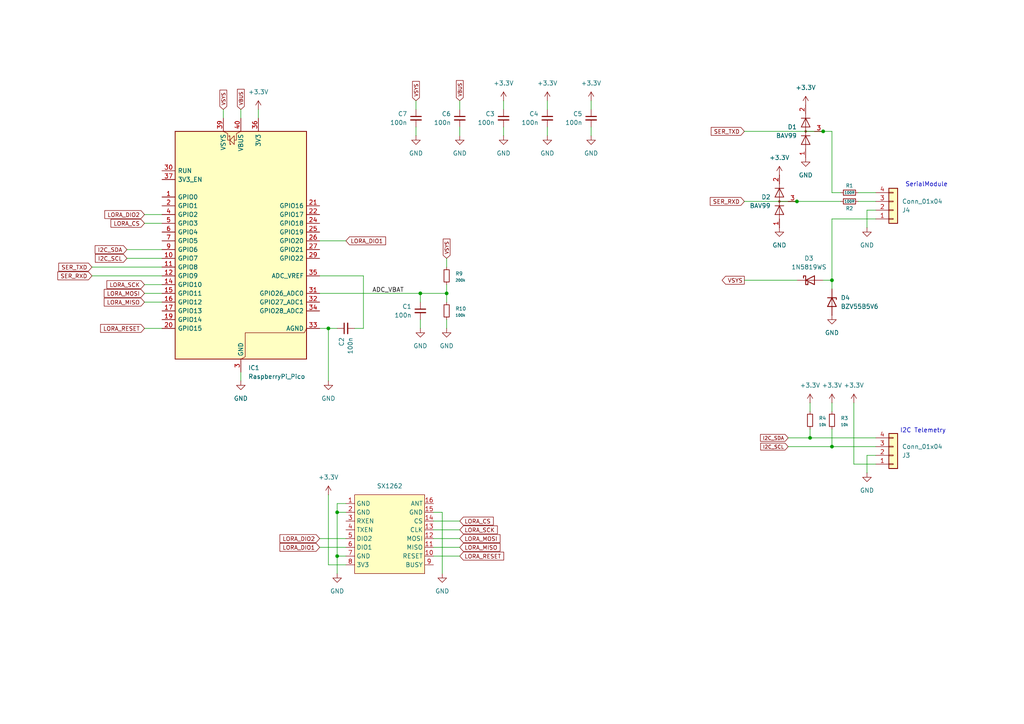
<source format=kicad_sch>
(kicad_sch (version 20250114) (generator "eeschema") (generator_version "9.0")
  (paper "A4")
  (lib_symbols
    (symbol "Connector_Generic:Conn_01x04" (pin_names (offset 1.016) (hide yes))
      (property "Reference" "J" (at 0 5.08 0))
      (property "Value" "Conn_01x04" (at 0 -7.62 0))
      (symbol "Conn_01x04_1_1"
        (rectangle (start -1.27 3.81) (end 1.27 -6.35) (stroke (width 0.254)) (fill (type background)))
        (rectangle (start -1.27 2.667) (end 0 2.413) (stroke (width 0.1524)))
        (rectangle (start -1.27 0.127) (end 0 -0.127) (stroke (width 0.1524)))
        (rectangle (start -1.27 -2.413) (end 0 -2.667) (stroke (width 0.1524)))
        (rectangle (start -1.27 -4.953) (end 0 -5.207) (stroke (width 0.1524)))
        (pin passive line (at -5.08 2.54 0) (length 3.81) (name "Pin_1") (number "1"))
        (pin passive line (at -5.08 0 0) (length 3.81) (name "Pin_2") (number "2"))
        (pin passive line (at -5.08 -2.54 0) (length 3.81) (name "Pin_3") (number "3"))
        (pin passive line (at -5.08 -5.08 0) (length 3.81) (name "Pin_4") (number "4"))
      )
    )
    (symbol "Device:C_Small" (pin_numbers (hide yes)) (pin_names (offset 0.254) (hide yes))
      (property "Reference" "C" (at 0.254 1.778 0))
      (property "Value" "C_Small" (at 0.254 -2.032 0))
      (symbol "C_Small_0_1"
        (polyline (pts (xy -1.524 0.508) (xy 1.524 0.508)) (stroke (width 0.3048)))
        (polyline (pts (xy -1.524 -0.508) (xy 1.524 -0.508)) (stroke (width 0.3302)))
      )
      (symbol "C_Small_1_1"
        (pin passive line (at 0 2.54 270) (length 2.032) (name "~") (number "1"))
        (pin passive line (at 0 -2.54 90) (length 2.032) (name "~") (number "2"))
      )
    )
    (symbol "Device:R_Small" (pin_numbers (hide yes)) (pin_names (offset 0.254) (hide yes))
      (property "Reference" "R" (at 0 0 90))
      (property "Value" "R_Small" (at 1.778 0 90))
      (symbol "R_Small_0_1"
        (rectangle (start -0.762 1.778) (end 0.762 -1.778) (stroke (width 0.2032)))
      )
      (symbol "R_Small_1_1"
        (pin passive line (at 0 2.54 270) (length 0.762) (name "~") (number "1"))
        (pin passive line (at 0 -2.54 90) (length 0.762) (name "~") (number "2"))
      )
    )
    (symbol "Diode:1N5819WS" (pin_numbers (hide yes)) (pin_names (offset 1.016) (hide yes))
      (property "Reference" "D" (at 0 2.54 0))
      (property "Value" "1N5819WS" (at 0 -2.54 0))
      (symbol "1N5819WS_0_1"
        (polyline (pts (xy -1.905 0.635) (xy -1.905 1.27) (xy -1.27 1.27) (xy -1.27 -1.27) (xy -0.635 -1.27) (xy -0.635 -0.635)) (stroke (width 0.254)))
        (polyline (pts (xy 1.27 1.27) (xy 1.27 -1.27) (xy -1.27 0) (xy 1.27 1.27)) (stroke (width 0.254)))
        (polyline (pts (xy 1.27 0) (xy -1.27 0)))
      )
      (symbol "1N5819WS_1_1"
        (pin passive line (at -3.81 0 0) (length 2.54) (name "K") (number "1"))
        (pin passive line (at 3.81 0 180) (length 2.54) (name "A") (number "2"))
      )
    )
    (symbol "Diode:BAV99" (pin_names (hide yes))
      (property "Reference" "D" (at 0 5.08 0))
      (property "Value" "BAV99" (at 0 2.54 0))
      (symbol "BAV99_0_1"
        (polyline (pts (xy -5.08 0) (xy 5.08 0)))
      )
      (symbol "BAV99_1_1"
        (polyline (pts (xy -3.81 1.27) (xy -1.27 0) (xy -3.81 -1.27) (xy -3.81 1.27) (xy -3.81 1.27) (xy -3.81 1.27)) (stroke (width 0.2032)))
        (polyline (pts (xy -1.27 -1.27) (xy -1.27 1.27) (xy -1.27 1.27)) (stroke (width 0.2032)))
        (polyline (pts (xy 0 0) (xy 0 -2.54)))
        (circle (center 0 0) (radius 0.254) (fill (type outline)))
        (polyline (pts (xy 1.27 1.27) (xy 3.81 0) (xy 1.27 -1.27) (xy 1.27 1.27) (xy 1.27 1.27) (xy 1.27 1.27)) (stroke (width 0.2032)))
        (polyline (pts (xy 3.81 1.27) (xy 3.81 -1.27) (xy 3.81 -1.27)) (stroke (width 0.2032)))
        (pin passive line (at -7.62 0 0) (length 2.54) (name "K") (number "1"))
        (pin passive line (at 0 -5.08 90) (length 2.54) (name "K") (number "3"))
        (pin passive line (at 7.62 0 180) (length 2.54) (name "A") (number "2"))
      )
    )
    (symbol "Diode:BZV55B5V6" (pin_numbers (hide yes)) (pin_names (hide yes))
      (property "Reference" "D" (at 0 2.54 0))
      (property "Value" "BZV55B5V6" (at 0 -2.54 0))
      (symbol "BZV55B5V6_0_1"
        (polyline (pts (xy -1.27 -1.27) (xy -1.27 1.27) (xy -0.762 1.27)) (stroke (width 0.254)))
        (polyline (pts (xy 1.27 0) (xy -1.27 0)))
        (polyline (pts (xy 1.27 -1.27) (xy 1.27 1.27) (xy -1.27 0) (xy 1.27 -1.27)) (stroke (width 0.254)))
      )
      (symbol "BZV55B5V6_1_1"
        (pin passive line (at -3.81 0 0) (length 2.54) (name "K") (number "1"))
        (pin passive line (at 3.81 0 180) (length 2.54) (name "A") (number "2"))
      )
    )
    (symbol "MCU_Module:RaspberryPi_Pico" (pin_names (offset 0.762))
      (property "Reference" "A" (at -19.05 35.56 0))
      (property "Value" "RaspberryPi_Pico" (at 7.62 35.56 0))
      (symbol "RaspberryPi_Pico_0_1"
        (rectangle (start -19.05 34.29) (end 19.05 -31.75) (stroke (width 0.254)) (fill (type background)))
        (polyline (pts (xy -5.08 34.29) (xy -3.81 33.655) (xy -3.81 31.75) (xy -3.175 31.75)))
        (polyline (pts (xy -3.429 32.766) (xy -3.429 33.02) (xy -3.175 33.02) (xy -3.175 30.48) (xy -2.921 30.48) (xy -2.921 30.734)))
        (polyline (pts (xy -3.175 31.75) (xy -1.905 33.02) (xy -1.905 30.48) (xy -3.175 31.75)))
        (polyline (pts (xy 0 34.29) (xy -1.27 33.655) (xy -1.27 31.75) (xy -1.905 31.75)))
        (polyline (pts (xy 0 -31.75) (xy 1.27 -31.115) (xy 1.27 -24.13) (xy 18.415 -24.13) (xy 19.05 -22.86)))
      )
      (symbol "RaspberryPi_Pico_1_1"
        (pin passive line (at -22.86 22.86 0) (length 3.81) (name "RUN") (number "30"))
        (pin passive line (at -22.86 20.32 0) (length 3.81) (name "3V3_EN") (number "37"))
        (pin bidirectional line (at -22.86 15.24 0) (length 3.81) (name "GPIO0") (number "1"))
        (pin bidirectional line (at -22.86 12.7 0) (length 3.81) (name "GPIO1") (number "2"))
        (pin bidirectional line (at -22.86 10.16 0) (length 3.81) (name "GPIO2") (number "4"))
        (pin bidirectional line (at -22.86 7.62 0) (length 3.81) (name "GPIO3") (number "5"))
        (pin bidirectional line (at -22.86 5.08 0) (length 3.81) (name "GPIO4") (number "6"))
        (pin bidirectional line (at -22.86 2.54 0) (length 3.81) (name "GPIO5") (number "7"))
        (pin bidirectional line (at -22.86 0 0) (length 3.81) (name "GPIO6") (number "9"))
        (pin bidirectional line (at -22.86 -2.54 0) (length 3.81) (name "GPIO7") (number "10"))
        (pin bidirectional line (at -22.86 -5.08 0) (length 3.81) (name "GPIO8") (number "11"))
        (pin bidirectional line (at -22.86 -7.62 0) (length 3.81) (name "GPIO9") (number "12"))
        (pin bidirectional line (at -22.86 -10.16 0) (length 3.81) (name "GPIO10") (number "14"))
        (pin bidirectional line (at -22.86 -12.7 0) (length 3.81) (name "GPIO11") (number "15"))
        (pin bidirectional line (at -22.86 -15.24 0) (length 3.81) (name "GPIO12") (number "16"))
        (pin bidirectional line (at -22.86 -17.78 0) (length 3.81) (name "GPIO13") (number "17"))
        (pin bidirectional line (at -22.86 -20.32 0) (length 3.81) (name "GPIO14") (number "19"))
        (pin bidirectional line (at -22.86 -22.86 0) (length 3.81) (name "GPIO15") (number "20"))
        (pin power_in line (at -5.08 38.1 270) (length 3.81) (name "VSYS") (number "39"))
        (pin power_out line (at 0 38.1 270) (length 3.81) (name "VBUS") (number "40"))
        (pin passive line (at 0 -35.56 90) (length 3.81) (hide yes) (name "GND") (number "13"))
        (pin passive line (at 0 -35.56 90) (length 3.81) (hide yes) (name "GND") (number "18"))
        (pin passive line (at 0 -35.56 90) (length 3.81) (hide yes) (name "GND") (number "23"))
        (pin passive line (at 0 -35.56 90) (length 3.81) (hide yes) (name "GND") (number "28"))
        (pin power_out line (at 0 -35.56 90) (length 3.81) (name "GND") (number "3"))
        (pin passive line (at 0 -35.56 90) (length 3.81) (hide yes) (name "GND") (number "38"))
        (pin passive line (at 0 -35.56 90) (length 3.81) (hide yes) (name "GND") (number "8"))
        (pin power_out line (at 5.08 38.1 270) (length 3.81) (name "3V3") (number "36"))
        (pin bidirectional line (at 22.86 12.7 180) (length 3.81) (name "GPIO16") (number "21"))
        (pin bidirectional line (at 22.86 10.16 180) (length 3.81) (name "GPIO17") (number "22"))
        (pin bidirectional line (at 22.86 7.62 180) (length 3.81) (name "GPIO18") (number "24"))
        (pin bidirectional line (at 22.86 5.08 180) (length 3.81) (name "GPIO19") (number "25"))
        (pin bidirectional line (at 22.86 2.54 180) (length 3.81) (name "GPIO20") (number "26"))
        (pin bidirectional line (at 22.86 0 180) (length 3.81) (name "GPIO21") (number "27"))
        (pin bidirectional line (at 22.86 -2.54 180) (length 3.81) (name "GPIO22") (number "29"))
        (pin power_in line (at 22.86 -7.62 180) (length 3.81) (name "ADC_VREF") (number "35"))
        (pin bidirectional line (at 22.86 -12.7 180) (length 3.81) (name "GPIO26_ADC0") (number "31"))
        (pin bidirectional line (at 22.86 -15.24 180) (length 3.81) (name "GPIO27_ADC1") (number "32"))
        (pin bidirectional line (at 22.86 -17.78 180) (length 3.81) (name "GPIO28_ADC2") (number "34"))
        (pin power_out line (at 22.86 -22.86 180) (length 3.81) (name "AGND") (number "33"))
      )
    )
    (symbol "mySymbols:SX1262"
      (property "Value" "SX1262" (at 0 12.7 0))
      (symbol "SX1262_1_1"
        (rectangle (start -10.16 10.16) (end 10.16 -12.7) (fill (type background)))
        (pin power_in line (at -12.7 7.62 0) (length 2.54) (name "GND") (number "1"))
        (pin power_in line (at -12.7 5.08 0) (length 2.54) (name "GND") (number "2"))
        (pin input line (at -12.7 2.54 0) (length 2.54) (name "RXEN") (number "3"))
        (pin input line (at -12.7 0 0) (length 2.54) (name "TXEN") (number "4"))
        (pin bidirectional line (at -12.7 -2.54 0) (length 2.54) (name "DIO2") (number "5"))
        (pin bidirectional line (at -12.7 -5.08 0) (length 2.54) (name "DIO1") (number "6"))
        (pin power_in line (at -12.7 -7.62 0) (length 2.54) (name "GND") (number "7"))
        (pin power_in line (at -12.7 -10.16 0) (length 2.54) (name "3V3") (number "8"))
        (pin output line (at 12.7 7.62 180) (length 2.54) (name "ANT") (number "16"))
        (pin power_in line (at 12.7 5.08 180) (length 2.54) (name "GND") (number "15"))
        (pin input line (at 12.7 2.54 180) (length 2.54) (name "CS") (number "14"))
        (pin input line (at 12.7 0 180) (length 2.54) (name "CLK") (number "13"))
        (pin input line (at 12.7 -2.54 180) (length 2.54) (name "MOSI") (number "12"))
        (pin output line (at 12.7 -5.08 180) (length 2.54) (name "MISO") (number "11"))
        (pin input line (at 12.7 -7.62 180) (length 2.54) (name "RESET") (number "10"))
        (pin output line (at 12.7 -10.16 180) (length 2.54) (name "BUSY") (number "9"))
      )
    )
    (symbol "power:+3.3V" (power) (pin_numbers (hide yes)) (pin_names (offset 0) (hide yes))
      (property "Value" "+3.3V" (at 0 3.556 0))
      (symbol "+3.3V_0_1"
        (polyline (pts (xy -0.762 1.27) (xy 0 2.54)))
        (polyline (pts (xy 0 2.54) (xy 0.762 1.27)))
        (polyline (pts (xy 0 0) (xy 0 2.54)))
      )
      (symbol "+3.3V_1_1"
        (pin power_in line (at 0 0 90) (length 0) (name "~") (number "1"))
      )
    )
    (symbol "power:GND" (power) (pin_numbers (hide yes)) (pin_names (offset 0) (hide yes))
      (property "Value" "GND" (at 0 -3.81 0))
      (symbol "GND_0_1"
        (polyline (pts (xy 0 0) (xy 0 -1.27) (xy 1.27 -1.27) (xy 0 -2.54) (xy -1.27 -1.27) (xy 0 -1.27)))
      )
      (symbol "GND_1_1"
        (pin power_in line (at 0 0 270) (length 0) (name "~") (number "1"))
      )
    )
  )
  (text "I2C Telemetry" (at 267.716 124.968 0) (effects (font (size 1.27 1.27))))
  (text "SerialModule" (at 268.732 53.594 0) (effects (font (size 1.27 1.27))))
  (junction (at 241.3 81.28))
  (junction (at 95.25 95.25))
  (junction (at 121.92 85.09))
  (junction (at 129.54 85.09))
  (junction (at 97.79 148.59))
  (junction (at 238.76 38.1))
  (junction (at 241.3 129.54))
  (junction (at 231.14 58.42))
  (junction (at 97.79 161.29))
  (junction (at 234.95 127))
  (wire (pts (xy 247.65 116.84) (xy 247.65 134.62)))
  (wire (pts (xy 95.25 95.25) (xy 95.25 110.49)))
  (wire (pts (xy 41.91 64.77) (xy 46.99 64.77)))
  (wire (pts (xy 41.91 87.63) (xy 46.99 87.63)))
  (wire (pts (xy 41.91 62.23) (xy 46.99 62.23)))
  (wire (pts (xy 121.92 92.71) (xy 121.92 95.25)))
  (wire (pts (xy 133.35 36.83) (xy 133.35 39.37)))
  (wire (pts (xy 241.3 124.46) (xy 241.3 129.54)))
  (wire (pts (xy 41.91 95.25) (xy 46.99 95.25)))
  (wire (pts (xy 146.05 29.21) (xy 146.05 31.75)))
  (wire (pts (xy 97.79 146.05) (xy 97.79 148.59)))
  (wire (pts (xy 92.71 158.75) (xy 100.33 158.75)))
  (wire (pts (xy 92.71 156.21) (xy 100.33 156.21)))
  (wire (pts (xy 36.83 72.39) (xy 46.99 72.39)))
  (wire (pts (xy 215.9 81.28) (xy 231.14 81.28)))
  (wire (pts (xy 158.75 36.83) (xy 158.75 39.37)))
  (wire (pts (xy 95.25 143.51) (xy 95.25 163.83)))
  (wire (pts (xy 26.67 80.01) (xy 46.99 80.01)))
  (wire (pts (xy 36.83 74.93) (xy 46.99 74.93)))
  (wire (pts (xy 146.05 36.83) (xy 146.05 39.37)))
  (wire (pts (xy 100.33 146.05) (xy 97.79 146.05)))
  (wire (pts (xy 129.54 82.55) (xy 129.54 85.09)))
  (wire (pts (xy 125.73 161.29) (xy 133.35 161.29)))
  (wire (pts (xy 120.65 36.83) (xy 120.65 39.37)))
  (wire (pts (xy 238.76 38.1) (xy 241.3 38.1)))
  (wire (pts (xy 215.9 58.42) (xy 231.14 58.42)))
  (wire (pts (xy 254 132.08) (xy 251.46 132.08)))
  (wire (pts (xy 125.73 156.21) (xy 133.35 156.21)))
  (wire (pts (xy 97.79 161.29) (xy 97.79 166.37)))
  (wire (pts (xy 241.3 63.5) (xy 254 63.5)))
  (wire (pts (xy 26.67 77.47) (xy 46.99 77.47)))
  (wire (pts (xy 95.25 95.25) (xy 97.79 95.25)))
  (wire (pts (xy 129.54 85.09) (xy 129.54 87.63)))
  (wire (pts (xy 41.91 82.55) (xy 46.99 82.55)))
  (wire (pts (xy 241.3 55.88) (xy 243.84 55.88)))
  (wire (pts (xy 92.71 69.85) (xy 100.33 69.85)))
  (wire (pts (xy 241.3 129.54) (xy 254 129.54)))
  (wire (pts (xy 234.95 116.84) (xy 234.95 119.38)))
  (wire (pts (xy 248.92 58.42) (xy 254 58.42)))
  (wire (pts (xy 105.41 80.01) (xy 92.71 80.01)))
  (wire (pts (xy 69.85 31.75) (xy 69.85 34.29)))
  (wire (pts (xy 241.3 38.1) (xy 241.3 55.88)))
  (wire (pts (xy 41.91 85.09) (xy 46.99 85.09)))
  (wire (pts (xy 241.3 116.84) (xy 241.3 119.38)))
  (wire (pts (xy 105.41 95.25) (xy 105.41 80.01)))
  (wire (pts (xy 125.73 151.13) (xy 133.35 151.13)))
  (wire (pts (xy 254 134.62) (xy 247.65 134.62)))
  (wire (pts (xy 121.92 85.09) (xy 129.54 85.09)))
  (wire (pts (xy 133.35 29.21) (xy 133.35 31.75)))
  (wire (pts (xy 125.73 148.59) (xy 128.27 148.59)))
  (wire (pts (xy 100.33 161.29) (xy 97.79 161.29)))
  (wire (pts (xy 234.95 127) (xy 254 127)))
  (wire (pts (xy 125.73 158.75) (xy 133.35 158.75)))
  (wire (pts (xy 120.65 29.21) (xy 120.65 31.75)))
  (wire (pts (xy 241.3 81.28) (xy 241.3 63.5)))
  (wire (pts (xy 251.46 60.96) (xy 251.46 66.04)))
  (wire (pts (xy 234.95 124.46) (xy 234.95 127)))
  (wire (pts (xy 241.3 83.82) (xy 241.3 81.28)))
  (wire (pts (xy 215.9 38.1) (xy 238.76 38.1)))
  (wire (pts (xy 171.45 36.83) (xy 171.45 39.37)))
  (wire (pts (xy 74.93 31.75) (xy 74.93 34.29)))
  (wire (pts (xy 238.76 81.28) (xy 241.3 81.28)))
  (wire (pts (xy 92.71 95.25) (xy 95.25 95.25)))
  (wire (pts (xy 69.85 107.95) (xy 69.85 110.49)))
  (wire (pts (xy 125.73 153.67) (xy 133.35 153.67)))
  (wire (pts (xy 102.87 95.25) (xy 105.41 95.25)))
  (wire (pts (xy 92.71 85.09) (xy 121.92 85.09)))
  (wire (pts (xy 129.54 74.93) (xy 129.54 77.47)))
  (wire (pts (xy 171.45 29.21) (xy 171.45 31.75)))
  (wire (pts (xy 121.92 85.09) (xy 121.92 87.63)))
  (wire (pts (xy 97.79 148.59) (xy 97.79 161.29)))
  (wire (pts (xy 100.33 163.83) (xy 95.25 163.83)))
  (wire (pts (xy 248.92 55.88) (xy 254 55.88)))
  (wire (pts (xy 228.6 129.54) (xy 241.3 129.54)))
  (wire (pts (xy 97.79 148.59) (xy 100.33 148.59)))
  (wire (pts (xy 128.27 148.59) (xy 128.27 166.37)))
  (wire (pts (xy 158.75 29.21) (xy 158.75 31.75)))
  (wire (pts (xy 228.6 127) (xy 234.95 127)))
  (wire (pts (xy 251.46 60.96) (xy 254 60.96)))
  (wire (pts (xy 64.77 31.75) (xy 64.77 34.29)))
  (wire (pts (xy 231.14 58.42) (xy 243.84 58.42)))
  (wire (pts (xy 129.54 92.71) (xy 129.54 95.25)))
  (wire (pts (xy 251.46 132.08) (xy 251.46 137.16)))
  (label "ADC_VBAT" (at 107.95 85.09 0))
  (global_label "SER_TXD" (shape input) (at 215.9 38.1 180) (effects (font (size 1.1684 1.1684))) (property "Intersheetrefs" "${INTERSHEET_REFS}" (effects (hide yes))))
  (global_label "LORA_MOSI" (shape input) (at 133.35 156.21 0) (effects (font (size 1.1684 1.1684))) (property "Intersheetrefs" "${INTERSHEET_REFS}" (effects (hide yes))))
  (global_label "I2C_SDA" (shape input) (at 228.6 127 180) (effects (font (size 1.016 1.016))) (property "Intersheetrefs" "${INTERSHEET_REFS}" (effects (hide yes))))
  (global_label "LORA_SCK" (shape input) (at 41.91 82.55 180) (effects (font (size 1.1684 1.1684))) (property "Intersheetrefs" "${INTERSHEET_REFS}" (effects (hide yes))))
  (global_label "LORA_RESET" (shape input) (at 41.91 95.25 180) (effects (font (size 1.1684 1.1684))) (property "Intersheetrefs" "${INTERSHEET_REFS}" (effects (hide yes))))
  (global_label "VSYS" (shape input) (at 129.54 74.93 90) (effects (font (size 1.016 1.016))) (property "Intersheetrefs" "${INTERSHEET_REFS}" (effects (hide yes))))
  (global_label "LORA_MISO" (shape input) (at 41.91 87.63 180) (effects (font (size 1.1684 1.1684))) (property "Intersheetrefs" "${INTERSHEET_REFS}" (effects (hide yes))))
  (global_label "LORA_CS" (shape input) (at 133.35 151.13 0) (effects (font (size 1.1684 1.1684))) (property "Intersheetrefs" "${INTERSHEET_REFS}" (effects (hide yes))))
  (global_label "LORA_SCK" (shape input) (at 133.35 153.67 0) (effects (font (size 1.1684 1.1684))) (property "Intersheetrefs" "${INTERSHEET_REFS}" (effects (hide yes))))
  (global_label "LORA_DIO2" (shape input) (at 41.91 62.23 180) (effects (font (size 1.1684 1.1684))) (property "Intersheetrefs" "${INTERSHEET_REFS}" (effects (hide yes))))
  (global_label "I2C_SCL" (shape input) (at 228.6 129.54 180) (effects (font (size 1.016 1.016))) (property "Intersheetrefs" "${INTERSHEET_REFS}" (effects (hide yes))))
  (global_label "VSYS" (shape output) (at 215.9 81.28 180) (effects (font (size 1.1684 1.1684))) (property "Intersheetrefs" "${INTERSHEET_REFS}" (effects (hide yes))))
  (global_label "LORA_CS" (shape input) (at 41.91 64.77 180) (effects (font (size 1.1684 1.1684))) (property "Intersheetrefs" "${INTERSHEET_REFS}" (effects (hide yes))))
  (global_label "LORA_DIO2" (shape input) (at 92.71 156.21 180) (effects (font (size 1.1684 1.1684))) (property "Intersheetrefs" "${INTERSHEET_REFS}" (effects (hide yes))))
  (global_label "VBUS" (shape input) (at 69.85 31.75 90) (effects (font (size 1.016 1.016))) (property "Intersheetrefs" "${INTERSHEET_REFS}" (effects (hide yes))))
  (global_label "SER_TXD" (shape input) (at 26.67 77.47 180) (effects (font (size 1.1684 1.1684))) (property "Intersheetrefs" "${INTERSHEET_REFS}" (effects (hide yes))))
  (global_label "I2C_SDA" (shape input) (at 36.83 72.39 180) (effects (font (size 1.1684 1.1684))) (property "Intersheetrefs" "${INTERSHEET_REFS}" (effects (hide yes))))
  (global_label "LORA_MISO" (shape input) (at 133.35 158.75 0) (effects (font (size 1.1684 1.1684))) (property "Intersheetrefs" "${INTERSHEET_REFS}" (effects (hide yes))))
  (global_label "LORA_DIO1" (shape input) (at 100.33 69.85 0) (effects (font (size 1.1684 1.1684))) (property "Intersheetrefs" "${INTERSHEET_REFS}" (effects (hide yes))))
  (global_label "VSYS" (shape input) (at 64.77 31.75 90) (effects (font (size 1.016 1.016))) (property "Intersheetrefs" "${INTERSHEET_REFS}" (effects (hide yes))))
  (global_label "SER_RXD" (shape input) (at 26.67 80.01 180) (effects (font (size 1.1684 1.1684))) (property "Intersheetrefs" "${INTERSHEET_REFS}" (effects (hide yes))))
  (global_label "LORA_MOSI" (shape input) (at 41.91 85.09 180) (effects (font (size 1.1684 1.1684))) (property "Intersheetrefs" "${INTERSHEET_REFS}" (effects (hide yes))))
  (global_label "I2C_SCL" (shape input) (at 36.83 74.93 180) (effects (font (size 1.1684 1.1684))) (property "Intersheetrefs" "${INTERSHEET_REFS}" (effects (hide yes))))
  (global_label "VBUS" (shape input) (at 133.35 29.21 90) (effects (font (size 1.016 1.016))) (property "Intersheetrefs" "${INTERSHEET_REFS}" (effects (hide yes))))
  (global_label "VSYS" (shape input) (at 120.65 29.21 90) (effects (font (size 1.016 1.016))) (property "Intersheetrefs" "${INTERSHEET_REFS}" (effects (hide yes))))
  (global_label "LORA_RESET" (shape input) (at 133.35 161.29 0) (effects (font (size 1.1684 1.1684))) (property "Intersheetrefs" "${INTERSHEET_REFS}" (effects (hide yes))))
  (global_label "LORA_DIO1" (shape input) (at 92.71 158.75 180) (effects (font (size 1.1684 1.1684))) (property "Intersheetrefs" "${INTERSHEET_REFS}" (effects (hide yes))))
  (global_label "SER_RXD" (shape input) (at 215.9 58.42 180) (effects (font (size 1.1684 1.1684))) (property "Intersheetrefs" "${INTERSHEET_REFS}" (effects (hide yes))))
  (symbol (lib_id "Device:C_Small") (at 120.65 34.29 0) (mirror y) (unit 1)
    (property "Reference" "C7" (at 118.11 33.0262 0) (effects (justify left)))
    (property "Value" "100n" (at 118.11 35.5662 0) (effects (justify left)))
    (property "Footprint" "Capacitor_SMD:C_0603_1608Metric" (effects (hide yes)))
    (property "Description" "Unpolarized capacitor, small symbol" (effects (hide yes)))
  )
  (symbol (lib_id "power:+3.3V") (at 146.05 29.21 0) (unit 1)
    (property "Reference" "#PWR017" (effects (hide yes)))
    (property "Value" "+3.3V" (at 146.05 24.13 0))
    (property "Description" "Power symbol creates a global label with name \"+3.3V\"" (effects (hide yes)))
  )
  (symbol (lib_id "power:GND") (at 158.75 39.37 0) (unit 1)
    (property "Reference" "#PWR020" (effects (hide yes)))
    (property "Value" "GND" (at 158.75 44.45 0))
    (property "Description" "Power symbol creates a global label with name \"GND\" , ground" (effects (hide yes)))
  )
  (symbol (lib_id "power:GND") (at 251.46 137.16 0) (unit 1)
    (property "Reference" "#PWR011" (effects (hide yes)))
    (property "Value" "GND" (at 251.46 142.24 0))
    (property "Description" "Power symbol creates a global label with name \"GND\" , ground" (effects (hide yes)))
  )
  (symbol (lib_id "Device:R_Small") (at 129.54 90.17 180) (unit 1)
    (property "Reference" "R10" (at 132.08 89.5349 0) (effects (font (size 1.016 1.016)) (justify right)))
    (property "Value" "100k" (at 132.08 91.44 0) (effects (font (size 0.762 0.762)) (justify right)))
    (property "Footprint" "Resistor_SMD:R_0603_1608Metric" (effects (hide yes)))
    (property "Description" "Resistor, small symbol" (effects (hide yes)))
  )
  (symbol (lib_id "power:+3.3V") (at 74.93 31.75 0) (unit 1)
    (property "Reference" "#PWR01" (effects (hide yes)))
    (property "Value" "+3.3V" (at 74.93 26.67 0))
    (property "Description" "Power symbol creates a global label with name \"+3.3V\"" (effects (hide yes)))
  )
  (symbol (lib_id "power:GND") (at 146.05 39.37 0) (unit 1)
    (property "Reference" "#PWR018" (effects (hide yes)))
    (property "Value" "GND" (at 146.05 44.45 0))
    (property "Description" "Power symbol creates a global label with name \"GND\" , ground" (effects (hide yes)))
  )
  (symbol (lib_id "power:GND") (at 95.25 110.49 0) (unit 1)
    (property "Reference" "#PWR015" (effects (hide yes)))
    (property "Value" "GND" (at 95.25 115.57 0))
    (property "Description" "Power symbol creates a global label with name \"GND\" , ground" (effects (hide yes)))
  )
  (symbol (lib_id "Device:C_Small") (at 133.35 34.29 0) (mirror y) (unit 1)
    (property "Reference" "C6" (at 130.81 33.0262 0) (effects (justify left)))
    (property "Value" "100n" (at 130.81 35.5662 0) (effects (justify left)))
    (property "Footprint" "Capacitor_SMD:C_0603_1608Metric" (effects (hide yes)))
    (property "Description" "Unpolarized capacitor, small symbol" (effects (hide yes)))
  )
  (symbol (lib_id "power:GND") (at 121.92 95.25 0) (unit 1)
    (property "Reference" "#PWR010" (effects (hide yes)))
    (property "Value" "GND" (at 121.92 100.33 0))
    (property "Description" "Power symbol creates a global label with name \"GND\" , ground" (effects (hide yes)))
  )
  (symbol (lib_id "Device:C_Small") (at 100.33 95.25 90) (mirror x) (unit 1)
    (property "Reference" "C2" (at 99.0662 97.79 0) (effects (justify left)))
    (property "Value" "100n" (at 101.6062 97.79 0) (effects (justify left)))
    (property "Footprint" "Capacitor_SMD:C_0603_1608Metric" (effects (hide yes)))
    (property "Description" "Unpolarized capacitor, small symbol" (effects (hide yes)))
  )
  (symbol (lib_id "Connector_Generic:Conn_01x04") (at 259.08 132.08 0) (mirror x) (unit 1)
    (property "Reference" "J3" (at 261.62 132.0801 0) (effects (justify left)))
    (property "Value" "Conn_01x04" (at 261.62 129.5401 0) (effects (justify left)))
    (property "Footprint" "myLibrary:solder_term_4" (effects (hide yes)))
    (property "Description" "Generic connector, single row, 01x04, script generated (kicad-library-utils/schlib/autogen/connector/)" (effects (hide yes)))
  )
  (symbol (lib_id "power:GND") (at 120.65 39.37 0) (unit 1)
    (property "Reference" "#PWR028" (effects (hide yes)))
    (property "Value" "GND" (at 120.65 44.45 0))
    (property "Description" "Power symbol creates a global label with name \"GND\" , ground" (effects (hide yes)))
  )
  (symbol (lib_id "power:+3.3V") (at 247.65 116.84 0) (unit 1)
    (property "Reference" "#PWR012" (effects (hide yes)))
    (property "Value" "+3.3V" (at 247.65 111.76 0))
    (property "Description" "Power symbol creates a global label with name \"+3.3V\"" (effects (hide yes)))
  )
  (symbol (lib_id "power:GND") (at 226.06 66.04 0) (unit 1)
    (property "Reference" "#PWR08" (effects (hide yes)))
    (property "Value" "GND" (at 226.06 71.12 0))
    (property "Description" "Power symbol creates a global label with name \"GND\" , ground" (effects (hide yes)))
  )
  (symbol (lib_id "power:+3.3V") (at 241.3 116.84 0) (unit 1)
    (property "Reference" "#PWR023" (effects (hide yes)))
    (property "Value" "+3.3V" (at 241.3 111.76 0))
    (property "Description" "Power symbol creates a global label with name \"+3.3V\"" (effects (hide yes)))
  )
  (symbol (lib_id "power:GND") (at 233.68 45.72 0) (unit 1)
    (property "Reference" "#PWR07" (effects (hide yes)))
    (property "Value" "GND" (at 233.68 50.8 0))
    (property "Description" "Power symbol creates a global label with name \"GND\" , ground" (effects (hide yes)))
  )
  (symbol (lib_id "Device:C_Small") (at 146.05 34.29 0) (mirror y) (unit 1)
    (property "Reference" "C3" (at 143.51 33.0262 0) (effects (justify left)))
    (property "Value" "100n" (at 143.51 35.5662 0) (effects (justify left)))
    (property "Footprint" "Capacitor_SMD:C_0603_1608Metric" (effects (hide yes)))
    (property "Description" "Unpolarized capacitor, small symbol" (effects (hide yes)))
  )
  (symbol (lib_id "power:GND") (at 69.85 110.49 0) (unit 1)
    (property "Reference" "#PWR02" (effects (hide yes)))
    (property "Value" "GND" (at 69.85 115.57 0))
    (property "Description" "Power symbol creates a global label with name \"GND\" , ground" (effects (hide yes)))
  )
  (symbol (lib_id "power:+3.3V") (at 234.95 116.84 0) (unit 1)
    (property "Reference" "#PWR024" (effects (hide yes)))
    (property "Value" "+3.3V" (at 234.95 111.76 0))
    (property "Description" "Power symbol creates a global label with name \"+3.3V\"" (effects (hide yes)))
  )
  (symbol (lib_id "Diode:BZV55B5V6") (at 241.3 87.63 270) (unit 1)
    (property "Reference" "D4" (at 243.84 86.3599 90) (effects (justify left)))
    (property "Value" "BZV55B5V6" (at 243.84 88.8999 90) (effects (justify left)))
    (property "Footprint" "Diode_SMD:D_SOD-123F" (effects (hide yes)))
    (property "Datasheet" "https://assets.nexperia.com/documents/data-sheet/BZV55_SER.pdf" (effects (hide yes)))
    (property "Description" "5.6V, 500mW, 2%, Zener diode, MiniMELF" (effects (hide yes)))
  )
  (symbol (lib_id "MCU_Module:RaspberryPi_Pico") (at 69.85 72.39 0) (unit 1)
    (property "Reference" "IC1" (at 71.9933 106.68 0) (effects (justify left)))
    (property "Value" "RaspberryPi_Pico" (at 71.9933 109.22 0) (effects (justify left)))
    (property "Footprint" "Module:RaspberryPi_Pico_SMD_HandSolder" (effects (hide yes)))
    (property "Datasheet" "https://datasheets.raspberrypi.com/pico/pico-datasheet.pdf" (effects (hide yes)))
    (property "Description" "Versatile and inexpensive microcontroller module powered by RP2040 dual-core Arm Cortex-M0+ processor up to 133 MHz, 264kB SRAM, 2MB QSPI flash; also supports Raspberry Pi Pico 2" (effects (hide yes)))
  )
  (symbol (lib_id "Device:R_Small") (at 241.3 121.92 180) (unit 1)
    (property "Reference" "R3" (at 243.84 121.2849 0) (effects (font (size 1.016 1.016)) (justify right)))
    (property "Value" "10k" (at 243.84 123.19 0) (effects (font (size 0.762 0.762)) (justify right)))
    (property "Footprint" "Resistor_SMD:R_0603_1608Metric" (effects (hide yes)))
    (property "Description" "Resistor, small symbol" (effects (hide yes)))
  )
  (symbol (lib_id "power:GND") (at 251.46 66.04 0) (unit 1)
    (property "Reference" "#PWR06" (effects (hide yes)))
    (property "Value" "GND" (at 251.46 71.12 0))
    (property "Description" "Power symbol creates a global label with name \"GND\" , ground" (effects (hide yes)))
  )
  (symbol (lib_id "power:GND") (at 97.79 166.37 0) (unit 1)
    (property "Reference" "#PWR03" (effects (hide yes)))
    (property "Value" "GND" (at 97.79 171.45 0))
    (property "Description" "Power symbol creates a global label with name \"GND\" , ground" (effects (hide yes)))
  )
  (symbol (lib_id "power:+3.3V") (at 233.68 30.48 0) (unit 1)
    (property "Reference" "#PWR013" (effects (hide yes)))
    (property "Value" "+3.3V" (at 233.68 25.4 0))
    (property "Description" "Power symbol creates a global label with name \"+3.3V\"" (effects (hide yes)))
  )
  (symbol (lib_id "mySymbols:SX1262") (at 113.03 153.67 0) (unit 1)
    (property "Reference" "IC2" (effects (hide yes)))
    (property "Value" "SX1262" (at 113.03 140.97 0))
    (property "Footprint" "myLibrary:SX1262_Core" (effects (hide yes)))
    (property "Description" "Waveshare Core SX1262" (effects (hide yes)))
  )
  (symbol (lib_id "Diode:BAV99") (at 226.06 58.42 90) (unit 1)
    (property "Reference" "D2" (at 223.52 57.1499 90) (effects (justify left)))
    (property "Value" "BAV99" (at 223.52 59.6899 90) (effects (justify left)))
    (property "Footprint" "Package_TO_SOT_SMD:SOT-23" (effects (hide yes)))
    (property "Datasheet" "https://assets.nexperia.com/documents/data-sheet/BAV99_SER.pdf" (effects (hide yes)))
    (property "Description" "BAV99 High-speed switching diodes, SOT-23" (effects (hide yes)))
  )
  (symbol (lib_id "Device:C_Small") (at 121.92 90.17 0) (mirror y) (unit 1)
    (property "Reference" "C1" (at 119.38 88.9062 0) (effects (justify left)))
    (property "Value" "100n" (at 119.38 91.4462 0) (effects (justify left)))
    (property "Footprint" "Capacitor_SMD:C_0603_1608Metric" (effects (hide yes)))
    (property "Description" "Unpolarized capacitor, small symbol" (effects (hide yes)))
  )
  (symbol (lib_id "Device:R_Small") (at 129.54 80.01 180) (unit 1)
    (property "Reference" "R9" (at 132.08 79.3749 0) (effects (font (size 1.016 1.016)) (justify right)))
    (property "Value" "200k" (at 132.08 81.28 0) (effects (font (size 0.762 0.762)) (justify right)))
    (property "Footprint" "Resistor_SMD:R_0603_1608Metric" (effects (hide yes)))
    (property "Description" "Resistor, small symbol" (effects (hide yes)))
  )
  (symbol (lib_id "power:GND") (at 128.27 166.37 0) (unit 1)
    (property "Reference" "#PWR04" (effects (hide yes)))
    (property "Value" "GND" (at 128.27 171.45 0))
    (property "Description" "Power symbol creates a global label with name \"GND\" , ground" (effects (hide yes)))
  )
  (symbol (lib_id "Diode:1N5819WS") (at 234.95 81.28 0) (unit 1)
    (property "Reference" "D3" (at 234.6325 74.93 0))
    (property "Value" "1N5819WS" (at 234.6325 77.47 0))
    (property "Footprint" "Diode_SMD:D_SOD-123F" (effects (hide yes)))
    (property "Datasheet" "https://datasheet.lcsc.com/lcsc/2204281430_Guangdong-Hottech-1N5819WS_C191023.pdf" (effects (hide yes)))
    (property "Description" "40V 600mV@1A 1A SOD-323 Schottky Barrier Diodes, SOD-323" (effects (hide yes)))
  )
  (symbol (lib_id "power:+3.3V") (at 158.75 29.21 0) (unit 1)
    (property "Reference" "#PWR019" (effects (hide yes)))
    (property "Value" "+3.3V" (at 158.75 24.13 0))
    (property "Description" "Power symbol creates a global label with name \"+3.3V\"" (effects (hide yes)))
  )
  (symbol (lib_id "power:GND") (at 171.45 39.37 0) (unit 1)
    (property "Reference" "#PWR022" (effects (hide yes)))
    (property "Value" "GND" (at 171.45 44.45 0))
    (property "Description" "Power symbol creates a global label with name \"GND\" , ground" (effects (hide yes)))
  )
  (symbol (lib_id "Device:R_Small") (at 246.38 55.88 270) (unit 1)
    (property "Reference" "R1" (at 246.38 53.848 90) (effects (font (size 1.016 1.016))))
    (property "Value" "100R" (at 246.38 55.88 90) (effects (font (size 0.762 0.762))))
    (property "Footprint" "Resistor_SMD:R_0603_1608Metric" (effects (hide yes)))
    (property "Description" "Resistor, small symbol" (effects (hide yes)))
  )
  (symbol (lib_id "power:GND") (at 129.54 95.25 0) (unit 1)
    (property "Reference" "#PWR09" (effects (hide yes)))
    (property "Value" "GND" (at 129.54 100.33 0))
    (property "Description" "Power symbol creates a global label with name \"GND\" , ground" (effects (hide yes)))
  )
  (symbol (lib_id "power:+3.3V") (at 171.45 29.21 0) (unit 1)
    (property "Reference" "#PWR021" (effects (hide yes)))
    (property "Value" "+3.3V" (at 171.45 24.13 0))
    (property "Description" "Power symbol creates a global label with name \"+3.3V\"" (effects (hide yes)))
  )
  (symbol (lib_id "power:GND") (at 133.35 39.37 0) (unit 1)
    (property "Reference" "#PWR026" (effects (hide yes)))
    (property "Value" "GND" (at 133.35 44.45 0))
    (property "Description" "Power symbol creates a global label with name \"GND\" , ground" (effects (hide yes)))
  )
  (symbol (lib_id "Device:C_Small") (at 171.45 34.29 0) (mirror y) (unit 1)
    (property "Reference" "C5" (at 168.91 33.0262 0) (effects (justify left)))
    (property "Value" "100n" (at 168.91 35.5662 0) (effects (justify left)))
    (property "Footprint" "Capacitor_SMD:C_0603_1608Metric" (effects (hide yes)))
    (property "Description" "Unpolarized capacitor, small symbol" (effects (hide yes)))
  )
  (symbol (lib_id "power:+3.3V") (at 95.25 143.51 0) (unit 1)
    (property "Reference" "#PWR05" (effects (hide yes)))
    (property "Value" "+3.3V" (at 95.25 138.43 0))
    (property "Description" "Power symbol creates a global label with name \"+3.3V\"" (effects (hide yes)))
  )
  (symbol (lib_id "Diode:BAV99") (at 233.68 38.1 90) (unit 1)
    (property "Reference" "D1" (at 231.14 36.8299 90) (effects (justify left)))
    (property "Value" "BAV99" (at 231.14 39.3699 90) (effects (justify left)))
    (property "Footprint" "Package_TO_SOT_SMD:SOT-23" (effects (hide yes)))
    (property "Datasheet" "https://assets.nexperia.com/documents/data-sheet/BAV99_SER.pdf" (effects (hide yes)))
    (property "Description" "BAV99 High-speed switching diodes, SOT-23" (effects (hide yes)))
  )
  (symbol (lib_id "Device:C_Small") (at 158.75 34.29 0) (mirror y) (unit 1)
    (property "Reference" "C4" (at 156.21 33.0262 0) (effects (justify left)))
    (property "Value" "100n" (at 156.21 35.5662 0) (effects (justify left)))
    (property "Footprint" "Capacitor_SMD:C_0603_1608Metric" (effects (hide yes)))
    (property "Description" "Unpolarized capacitor, small symbol" (effects (hide yes)))
  )
  (symbol (lib_id "power:+3.3V") (at 226.06 50.8 0) (unit 1)
    (property "Reference" "#PWR014" (effects (hide yes)))
    (property "Value" "+3.3V" (at 226.06 45.72 0))
    (property "Description" "Power symbol creates a global label with name \"+3.3V\"" (effects (hide yes)))
  )
  (symbol (lib_id "Connector_Generic:Conn_01x04") (at 259.08 60.96 0) (mirror x) (unit 1)
    (property "Reference" "J4" (at 261.62 60.9601 0) (effects (justify left)))
    (property "Value" "Conn_01x04" (at 261.62 58.4201 0) (effects (justify left)))
    (property "Footprint" "myLibrary:solder_term_4" (effects (hide yes)))
    (property "Description" "Generic connector, single row, 01x04, script generated (kicad-library-utils/schlib/autogen/connector/)" (effects (hide yes)))
  )
  (symbol (lib_id "Device:R_Small") (at 234.95 121.92 180) (unit 1)
    (property "Reference" "R4" (at 237.49 121.2849 0) (effects (font (size 1.016 1.016)) (justify right)))
    (property "Value" "10k" (at 237.49 123.19 0) (effects (font (size 0.762 0.762)) (justify right)))
    (property "Footprint" "Resistor_SMD:R_0603_1608Metric" (effects (hide yes)))
    (property "Description" "Resistor, small symbol" (effects (hide yes)))
  )
  (symbol (lib_id "power:GND") (at 241.3 91.44 0) (unit 1)
    (property "Reference" "#PWR016" (effects (hide yes)))
    (property "Value" "GND" (at 241.3 96.52 0))
    (property "Description" "Power symbol creates a global label with name \"GND\" , ground" (effects (hide yes)))
  )
  (symbol (lib_id "Device:R_Small") (at 246.38 58.42 270) (unit 1)
    (property "Reference" "R2" (at 246.38 60.452 90) (effects (font (size 1.016 1.016))))
    (property "Value" "100R" (at 246.38 58.42 90) (effects (font (size 0.762 0.762))))
    (property "Footprint" "Resistor_SMD:R_0603_1608Metric" (effects (hide yes)))
    (property "Description" "Resistor, small symbol" (effects (hide yes)))
  )
)
</source>
